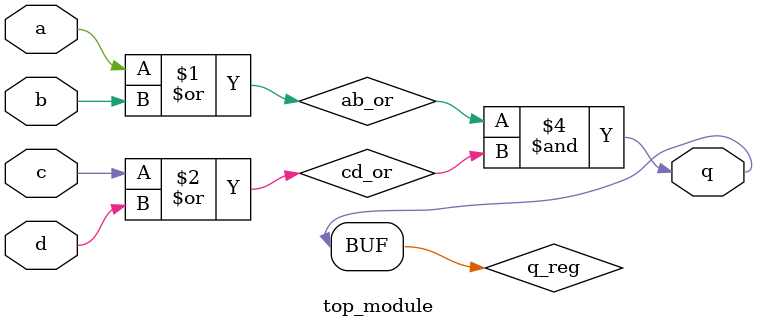
<source format=sv>
module top_module (
	input a, 
	input b, 
	input c, 
	input d,
	output q
);

	// Intermediate signals for bitwise OR operations
	wire ab_or, cd_or;

	// Intermediate signal for final bitwise AND operation
	reg q_reg;

	// Bitwise OR gates
	assign ab_or = a | b;
	assign cd_or = c | d;

	// Bitwise AND gate
	always @ (*) begin
		q_reg = ab_or & cd_or;
	end

	// Output assignment
	assign q = q_reg;

endmodule

</source>
